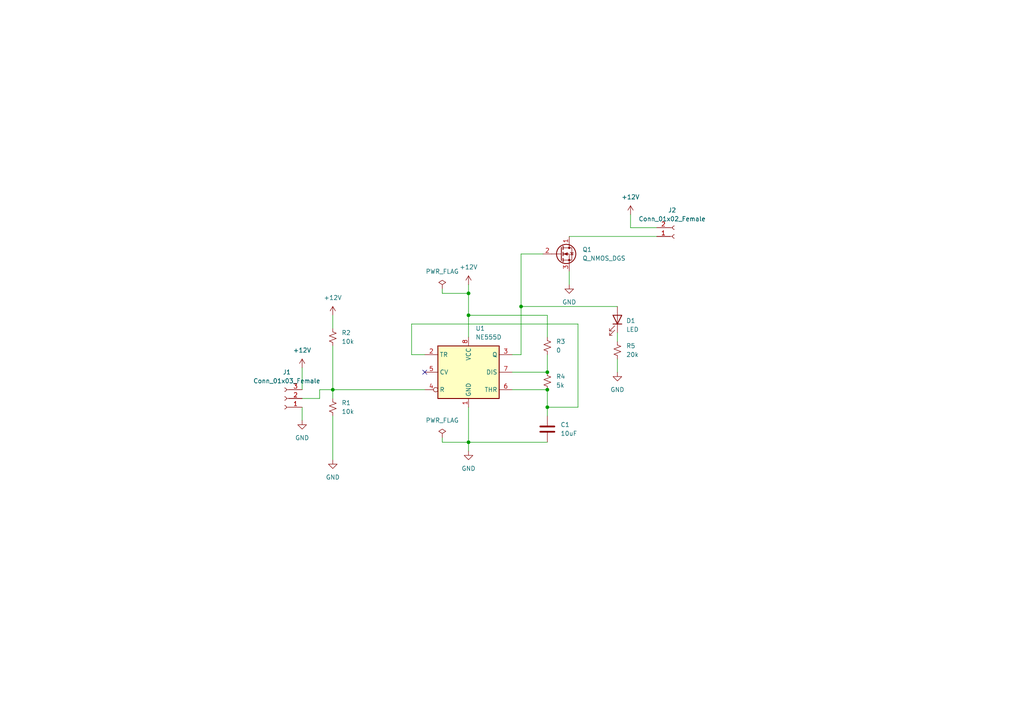
<source format=kicad_sch>
(kicad_sch (version 20211123) (generator eeschema)

  (uuid c91d5156-31a5-455b-95ba-402dcd3f91e8)

  (paper "A4")

  (lib_symbols
    (symbol "Connector:Conn_01x02_Female" (pin_names (offset 1.016) hide) (in_bom yes) (on_board yes)
      (property "Reference" "J" (id 0) (at 0 2.54 0)
        (effects (font (size 1.27 1.27)))
      )
      (property "Value" "Conn_01x02_Female" (id 1) (at 0 -5.08 0)
        (effects (font (size 1.27 1.27)))
      )
      (property "Footprint" "" (id 2) (at 0 0 0)
        (effects (font (size 1.27 1.27)) hide)
      )
      (property "Datasheet" "~" (id 3) (at 0 0 0)
        (effects (font (size 1.27 1.27)) hide)
      )
      (property "ki_keywords" "connector" (id 4) (at 0 0 0)
        (effects (font (size 1.27 1.27)) hide)
      )
      (property "ki_description" "Generic connector, single row, 01x02, script generated (kicad-library-utils/schlib/autogen/connector/)" (id 5) (at 0 0 0)
        (effects (font (size 1.27 1.27)) hide)
      )
      (property "ki_fp_filters" "Connector*:*_1x??_*" (id 6) (at 0 0 0)
        (effects (font (size 1.27 1.27)) hide)
      )
      (symbol "Conn_01x02_Female_1_1"
        (arc (start 0 -2.032) (mid -0.508 -2.54) (end 0 -3.048)
          (stroke (width 0.1524) (type default) (color 0 0 0 0))
          (fill (type none))
        )
        (polyline
          (pts
            (xy -1.27 -2.54)
            (xy -0.508 -2.54)
          )
          (stroke (width 0.1524) (type default) (color 0 0 0 0))
          (fill (type none))
        )
        (polyline
          (pts
            (xy -1.27 0)
            (xy -0.508 0)
          )
          (stroke (width 0.1524) (type default) (color 0 0 0 0))
          (fill (type none))
        )
        (arc (start 0 0.508) (mid -0.508 0) (end 0 -0.508)
          (stroke (width 0.1524) (type default) (color 0 0 0 0))
          (fill (type none))
        )
        (pin passive line (at -5.08 0 0) (length 3.81)
          (name "Pin_1" (effects (font (size 1.27 1.27))))
          (number "1" (effects (font (size 1.27 1.27))))
        )
        (pin passive line (at -5.08 -2.54 0) (length 3.81)
          (name "Pin_2" (effects (font (size 1.27 1.27))))
          (number "2" (effects (font (size 1.27 1.27))))
        )
      )
    )
    (symbol "Connector:Conn_01x03_Female" (pin_names (offset 1.016) hide) (in_bom yes) (on_board yes)
      (property "Reference" "J" (id 0) (at 0 5.08 0)
        (effects (font (size 1.27 1.27)))
      )
      (property "Value" "Conn_01x03_Female" (id 1) (at 0 -5.08 0)
        (effects (font (size 1.27 1.27)))
      )
      (property "Footprint" "" (id 2) (at 0 0 0)
        (effects (font (size 1.27 1.27)) hide)
      )
      (property "Datasheet" "~" (id 3) (at 0 0 0)
        (effects (font (size 1.27 1.27)) hide)
      )
      (property "ki_keywords" "connector" (id 4) (at 0 0 0)
        (effects (font (size 1.27 1.27)) hide)
      )
      (property "ki_description" "Generic connector, single row, 01x03, script generated (kicad-library-utils/schlib/autogen/connector/)" (id 5) (at 0 0 0)
        (effects (font (size 1.27 1.27)) hide)
      )
      (property "ki_fp_filters" "Connector*:*_1x??_*" (id 6) (at 0 0 0)
        (effects (font (size 1.27 1.27)) hide)
      )
      (symbol "Conn_01x03_Female_1_1"
        (arc (start 0 -2.032) (mid -0.508 -2.54) (end 0 -3.048)
          (stroke (width 0.1524) (type default) (color 0 0 0 0))
          (fill (type none))
        )
        (polyline
          (pts
            (xy -1.27 -2.54)
            (xy -0.508 -2.54)
          )
          (stroke (width 0.1524) (type default) (color 0 0 0 0))
          (fill (type none))
        )
        (polyline
          (pts
            (xy -1.27 0)
            (xy -0.508 0)
          )
          (stroke (width 0.1524) (type default) (color 0 0 0 0))
          (fill (type none))
        )
        (polyline
          (pts
            (xy -1.27 2.54)
            (xy -0.508 2.54)
          )
          (stroke (width 0.1524) (type default) (color 0 0 0 0))
          (fill (type none))
        )
        (arc (start 0 0.508) (mid -0.508 0) (end 0 -0.508)
          (stroke (width 0.1524) (type default) (color 0 0 0 0))
          (fill (type none))
        )
        (arc (start 0 3.048) (mid -0.508 2.54) (end 0 2.032)
          (stroke (width 0.1524) (type default) (color 0 0 0 0))
          (fill (type none))
        )
        (pin passive line (at -5.08 2.54 0) (length 3.81)
          (name "Pin_1" (effects (font (size 1.27 1.27))))
          (number "1" (effects (font (size 1.27 1.27))))
        )
        (pin passive line (at -5.08 0 0) (length 3.81)
          (name "Pin_2" (effects (font (size 1.27 1.27))))
          (number "2" (effects (font (size 1.27 1.27))))
        )
        (pin passive line (at -5.08 -2.54 0) (length 3.81)
          (name "Pin_3" (effects (font (size 1.27 1.27))))
          (number "3" (effects (font (size 1.27 1.27))))
        )
      )
    )
    (symbol "Device:C" (pin_numbers hide) (pin_names (offset 0.254)) (in_bom yes) (on_board yes)
      (property "Reference" "C" (id 0) (at 0.635 2.54 0)
        (effects (font (size 1.27 1.27)) (justify left))
      )
      (property "Value" "C" (id 1) (at 0.635 -2.54 0)
        (effects (font (size 1.27 1.27)) (justify left))
      )
      (property "Footprint" "" (id 2) (at 0.9652 -3.81 0)
        (effects (font (size 1.27 1.27)) hide)
      )
      (property "Datasheet" "~" (id 3) (at 0 0 0)
        (effects (font (size 1.27 1.27)) hide)
      )
      (property "ki_keywords" "cap capacitor" (id 4) (at 0 0 0)
        (effects (font (size 1.27 1.27)) hide)
      )
      (property "ki_description" "Unpolarized capacitor" (id 5) (at 0 0 0)
        (effects (font (size 1.27 1.27)) hide)
      )
      (property "ki_fp_filters" "C_*" (id 6) (at 0 0 0)
        (effects (font (size 1.27 1.27)) hide)
      )
      (symbol "C_0_1"
        (polyline
          (pts
            (xy -2.032 -0.762)
            (xy 2.032 -0.762)
          )
          (stroke (width 0.508) (type default) (color 0 0 0 0))
          (fill (type none))
        )
        (polyline
          (pts
            (xy -2.032 0.762)
            (xy 2.032 0.762)
          )
          (stroke (width 0.508) (type default) (color 0 0 0 0))
          (fill (type none))
        )
      )
      (symbol "C_1_1"
        (pin passive line (at 0 3.81 270) (length 2.794)
          (name "~" (effects (font (size 1.27 1.27))))
          (number "1" (effects (font (size 1.27 1.27))))
        )
        (pin passive line (at 0 -3.81 90) (length 2.794)
          (name "~" (effects (font (size 1.27 1.27))))
          (number "2" (effects (font (size 1.27 1.27))))
        )
      )
    )
    (symbol "Device:LED" (pin_numbers hide) (pin_names (offset 1.016) hide) (in_bom yes) (on_board yes)
      (property "Reference" "D" (id 0) (at 0 2.54 0)
        (effects (font (size 1.27 1.27)))
      )
      (property "Value" "LED" (id 1) (at 0 -2.54 0)
        (effects (font (size 1.27 1.27)))
      )
      (property "Footprint" "" (id 2) (at 0 0 0)
        (effects (font (size 1.27 1.27)) hide)
      )
      (property "Datasheet" "~" (id 3) (at 0 0 0)
        (effects (font (size 1.27 1.27)) hide)
      )
      (property "ki_keywords" "LED diode" (id 4) (at 0 0 0)
        (effects (font (size 1.27 1.27)) hide)
      )
      (property "ki_description" "Light emitting diode" (id 5) (at 0 0 0)
        (effects (font (size 1.27 1.27)) hide)
      )
      (property "ki_fp_filters" "LED* LED_SMD:* LED_THT:*" (id 6) (at 0 0 0)
        (effects (font (size 1.27 1.27)) hide)
      )
      (symbol "LED_0_1"
        (polyline
          (pts
            (xy -1.27 -1.27)
            (xy -1.27 1.27)
          )
          (stroke (width 0.254) (type default) (color 0 0 0 0))
          (fill (type none))
        )
        (polyline
          (pts
            (xy -1.27 0)
            (xy 1.27 0)
          )
          (stroke (width 0) (type default) (color 0 0 0 0))
          (fill (type none))
        )
        (polyline
          (pts
            (xy 1.27 -1.27)
            (xy 1.27 1.27)
            (xy -1.27 0)
            (xy 1.27 -1.27)
          )
          (stroke (width 0.254) (type default) (color 0 0 0 0))
          (fill (type none))
        )
        (polyline
          (pts
            (xy -3.048 -0.762)
            (xy -4.572 -2.286)
            (xy -3.81 -2.286)
            (xy -4.572 -2.286)
            (xy -4.572 -1.524)
          )
          (stroke (width 0) (type default) (color 0 0 0 0))
          (fill (type none))
        )
        (polyline
          (pts
            (xy -1.778 -0.762)
            (xy -3.302 -2.286)
            (xy -2.54 -2.286)
            (xy -3.302 -2.286)
            (xy -3.302 -1.524)
          )
          (stroke (width 0) (type default) (color 0 0 0 0))
          (fill (type none))
        )
      )
      (symbol "LED_1_1"
        (pin passive line (at -3.81 0 0) (length 2.54)
          (name "K" (effects (font (size 1.27 1.27))))
          (number "1" (effects (font (size 1.27 1.27))))
        )
        (pin passive line (at 3.81 0 180) (length 2.54)
          (name "A" (effects (font (size 1.27 1.27))))
          (number "2" (effects (font (size 1.27 1.27))))
        )
      )
    )
    (symbol "Device:Q_NMOS_DGS" (pin_names (offset 0) hide) (in_bom yes) (on_board yes)
      (property "Reference" "Q" (id 0) (at 5.08 1.27 0)
        (effects (font (size 1.27 1.27)) (justify left))
      )
      (property "Value" "Q_NMOS_DGS" (id 1) (at 5.08 -1.27 0)
        (effects (font (size 1.27 1.27)) (justify left))
      )
      (property "Footprint" "" (id 2) (at 5.08 2.54 0)
        (effects (font (size 1.27 1.27)) hide)
      )
      (property "Datasheet" "~" (id 3) (at 0 0 0)
        (effects (font (size 1.27 1.27)) hide)
      )
      (property "ki_keywords" "transistor NMOS N-MOS N-MOSFET" (id 4) (at 0 0 0)
        (effects (font (size 1.27 1.27)) hide)
      )
      (property "ki_description" "N-MOSFET transistor, drain/gate/source" (id 5) (at 0 0 0)
        (effects (font (size 1.27 1.27)) hide)
      )
      (symbol "Q_NMOS_DGS_0_1"
        (polyline
          (pts
            (xy 0.254 0)
            (xy -2.54 0)
          )
          (stroke (width 0) (type default) (color 0 0 0 0))
          (fill (type none))
        )
        (polyline
          (pts
            (xy 0.254 1.905)
            (xy 0.254 -1.905)
          )
          (stroke (width 0.254) (type default) (color 0 0 0 0))
          (fill (type none))
        )
        (polyline
          (pts
            (xy 0.762 -1.27)
            (xy 0.762 -2.286)
          )
          (stroke (width 0.254) (type default) (color 0 0 0 0))
          (fill (type none))
        )
        (polyline
          (pts
            (xy 0.762 0.508)
            (xy 0.762 -0.508)
          )
          (stroke (width 0.254) (type default) (color 0 0 0 0))
          (fill (type none))
        )
        (polyline
          (pts
            (xy 0.762 2.286)
            (xy 0.762 1.27)
          )
          (stroke (width 0.254) (type default) (color 0 0 0 0))
          (fill (type none))
        )
        (polyline
          (pts
            (xy 2.54 2.54)
            (xy 2.54 1.778)
          )
          (stroke (width 0) (type default) (color 0 0 0 0))
          (fill (type none))
        )
        (polyline
          (pts
            (xy 2.54 -2.54)
            (xy 2.54 0)
            (xy 0.762 0)
          )
          (stroke (width 0) (type default) (color 0 0 0 0))
          (fill (type none))
        )
        (polyline
          (pts
            (xy 0.762 -1.778)
            (xy 3.302 -1.778)
            (xy 3.302 1.778)
            (xy 0.762 1.778)
          )
          (stroke (width 0) (type default) (color 0 0 0 0))
          (fill (type none))
        )
        (polyline
          (pts
            (xy 1.016 0)
            (xy 2.032 0.381)
            (xy 2.032 -0.381)
            (xy 1.016 0)
          )
          (stroke (width 0) (type default) (color 0 0 0 0))
          (fill (type outline))
        )
        (polyline
          (pts
            (xy 2.794 0.508)
            (xy 2.921 0.381)
            (xy 3.683 0.381)
            (xy 3.81 0.254)
          )
          (stroke (width 0) (type default) (color 0 0 0 0))
          (fill (type none))
        )
        (polyline
          (pts
            (xy 3.302 0.381)
            (xy 2.921 -0.254)
            (xy 3.683 -0.254)
            (xy 3.302 0.381)
          )
          (stroke (width 0) (type default) (color 0 0 0 0))
          (fill (type none))
        )
        (circle (center 1.651 0) (radius 2.794)
          (stroke (width 0.254) (type default) (color 0 0 0 0))
          (fill (type none))
        )
        (circle (center 2.54 -1.778) (radius 0.254)
          (stroke (width 0) (type default) (color 0 0 0 0))
          (fill (type outline))
        )
        (circle (center 2.54 1.778) (radius 0.254)
          (stroke (width 0) (type default) (color 0 0 0 0))
          (fill (type outline))
        )
      )
      (symbol "Q_NMOS_DGS_1_1"
        (pin passive line (at 2.54 5.08 270) (length 2.54)
          (name "D" (effects (font (size 1.27 1.27))))
          (number "1" (effects (font (size 1.27 1.27))))
        )
        (pin input line (at -5.08 0 0) (length 2.54)
          (name "G" (effects (font (size 1.27 1.27))))
          (number "2" (effects (font (size 1.27 1.27))))
        )
        (pin passive line (at 2.54 -5.08 90) (length 2.54)
          (name "S" (effects (font (size 1.27 1.27))))
          (number "3" (effects (font (size 1.27 1.27))))
        )
      )
    )
    (symbol "Device:R_Small_US" (pin_numbers hide) (pin_names (offset 0.254) hide) (in_bom yes) (on_board yes)
      (property "Reference" "R" (id 0) (at 0.762 0.508 0)
        (effects (font (size 1.27 1.27)) (justify left))
      )
      (property "Value" "R_Small_US" (id 1) (at 0.762 -1.016 0)
        (effects (font (size 1.27 1.27)) (justify left))
      )
      (property "Footprint" "" (id 2) (at 0 0 0)
        (effects (font (size 1.27 1.27)) hide)
      )
      (property "Datasheet" "~" (id 3) (at 0 0 0)
        (effects (font (size 1.27 1.27)) hide)
      )
      (property "ki_keywords" "r resistor" (id 4) (at 0 0 0)
        (effects (font (size 1.27 1.27)) hide)
      )
      (property "ki_description" "Resistor, small US symbol" (id 5) (at 0 0 0)
        (effects (font (size 1.27 1.27)) hide)
      )
      (property "ki_fp_filters" "R_*" (id 6) (at 0 0 0)
        (effects (font (size 1.27 1.27)) hide)
      )
      (symbol "R_Small_US_1_1"
        (polyline
          (pts
            (xy 0 0)
            (xy 1.016 -0.381)
            (xy 0 -0.762)
            (xy -1.016 -1.143)
            (xy 0 -1.524)
          )
          (stroke (width 0) (type default) (color 0 0 0 0))
          (fill (type none))
        )
        (polyline
          (pts
            (xy 0 1.524)
            (xy 1.016 1.143)
            (xy 0 0.762)
            (xy -1.016 0.381)
            (xy 0 0)
          )
          (stroke (width 0) (type default) (color 0 0 0 0))
          (fill (type none))
        )
        (pin passive line (at 0 2.54 270) (length 1.016)
          (name "~" (effects (font (size 1.27 1.27))))
          (number "1" (effects (font (size 1.27 1.27))))
        )
        (pin passive line (at 0 -2.54 90) (length 1.016)
          (name "~" (effects (font (size 1.27 1.27))))
          (number "2" (effects (font (size 1.27 1.27))))
        )
      )
    )
    (symbol "Timer:NE555D" (in_bom yes) (on_board yes)
      (property "Reference" "U" (id 0) (at -10.16 8.89 0)
        (effects (font (size 1.27 1.27)) (justify left))
      )
      (property "Value" "NE555D" (id 1) (at 2.54 8.89 0)
        (effects (font (size 1.27 1.27)) (justify left))
      )
      (property "Footprint" "Package_SO:SOIC-8_3.9x4.9mm_P1.27mm" (id 2) (at 21.59 -10.16 0)
        (effects (font (size 1.27 1.27)) hide)
      )
      (property "Datasheet" "http://www.ti.com/lit/ds/symlink/ne555.pdf" (id 3) (at 21.59 -10.16 0)
        (effects (font (size 1.27 1.27)) hide)
      )
      (property "ki_keywords" "single timer 555" (id 4) (at 0 0 0)
        (effects (font (size 1.27 1.27)) hide)
      )
      (property "ki_description" "Precision Timers, 555 compatible, SOIC-8" (id 5) (at 0 0 0)
        (effects (font (size 1.27 1.27)) hide)
      )
      (property "ki_fp_filters" "SOIC*3.9x4.9mm*P1.27mm*" (id 6) (at 0 0 0)
        (effects (font (size 1.27 1.27)) hide)
      )
      (symbol "NE555D_0_0"
        (pin power_in line (at 0 -10.16 90) (length 2.54)
          (name "GND" (effects (font (size 1.27 1.27))))
          (number "1" (effects (font (size 1.27 1.27))))
        )
        (pin power_in line (at 0 10.16 270) (length 2.54)
          (name "VCC" (effects (font (size 1.27 1.27))))
          (number "8" (effects (font (size 1.27 1.27))))
        )
      )
      (symbol "NE555D_0_1"
        (rectangle (start -8.89 -7.62) (end 8.89 7.62)
          (stroke (width 0.254) (type default) (color 0 0 0 0))
          (fill (type background))
        )
        (rectangle (start -8.89 -7.62) (end 8.89 7.62)
          (stroke (width 0.254) (type default) (color 0 0 0 0))
          (fill (type background))
        )
      )
      (symbol "NE555D_1_1"
        (pin input line (at -12.7 5.08 0) (length 3.81)
          (name "TR" (effects (font (size 1.27 1.27))))
          (number "2" (effects (font (size 1.27 1.27))))
        )
        (pin output line (at 12.7 5.08 180) (length 3.81)
          (name "Q" (effects (font (size 1.27 1.27))))
          (number "3" (effects (font (size 1.27 1.27))))
        )
        (pin input inverted (at -12.7 -5.08 0) (length 3.81)
          (name "R" (effects (font (size 1.27 1.27))))
          (number "4" (effects (font (size 1.27 1.27))))
        )
        (pin input line (at -12.7 0 0) (length 3.81)
          (name "CV" (effects (font (size 1.27 1.27))))
          (number "5" (effects (font (size 1.27 1.27))))
        )
        (pin input line (at 12.7 -5.08 180) (length 3.81)
          (name "THR" (effects (font (size 1.27 1.27))))
          (number "6" (effects (font (size 1.27 1.27))))
        )
        (pin input line (at 12.7 0 180) (length 3.81)
          (name "DIS" (effects (font (size 1.27 1.27))))
          (number "7" (effects (font (size 1.27 1.27))))
        )
      )
    )
    (symbol "power:+12V" (power) (pin_names (offset 0)) (in_bom yes) (on_board yes)
      (property "Reference" "#PWR" (id 0) (at 0 -3.81 0)
        (effects (font (size 1.27 1.27)) hide)
      )
      (property "Value" "+12V" (id 1) (at 0 3.556 0)
        (effects (font (size 1.27 1.27)))
      )
      (property "Footprint" "" (id 2) (at 0 0 0)
        (effects (font (size 1.27 1.27)) hide)
      )
      (property "Datasheet" "" (id 3) (at 0 0 0)
        (effects (font (size 1.27 1.27)) hide)
      )
      (property "ki_keywords" "global power" (id 4) (at 0 0 0)
        (effects (font (size 1.27 1.27)) hide)
      )
      (property "ki_description" "Power symbol creates a global label with name \"+12V\"" (id 5) (at 0 0 0)
        (effects (font (size 1.27 1.27)) hide)
      )
      (symbol "+12V_0_1"
        (polyline
          (pts
            (xy -0.762 1.27)
            (xy 0 2.54)
          )
          (stroke (width 0) (type default) (color 0 0 0 0))
          (fill (type none))
        )
        (polyline
          (pts
            (xy 0 0)
            (xy 0 2.54)
          )
          (stroke (width 0) (type default) (color 0 0 0 0))
          (fill (type none))
        )
        (polyline
          (pts
            (xy 0 2.54)
            (xy 0.762 1.27)
          )
          (stroke (width 0) (type default) (color 0 0 0 0))
          (fill (type none))
        )
      )
      (symbol "+12V_1_1"
        (pin power_in line (at 0 0 90) (length 0) hide
          (name "+12V" (effects (font (size 1.27 1.27))))
          (number "1" (effects (font (size 1.27 1.27))))
        )
      )
    )
    (symbol "power:GND" (power) (pin_names (offset 0)) (in_bom yes) (on_board yes)
      (property "Reference" "#PWR" (id 0) (at 0 -6.35 0)
        (effects (font (size 1.27 1.27)) hide)
      )
      (property "Value" "GND" (id 1) (at 0 -3.81 0)
        (effects (font (size 1.27 1.27)))
      )
      (property "Footprint" "" (id 2) (at 0 0 0)
        (effects (font (size 1.27 1.27)) hide)
      )
      (property "Datasheet" "" (id 3) (at 0 0 0)
        (effects (font (size 1.27 1.27)) hide)
      )
      (property "ki_keywords" "global power" (id 4) (at 0 0 0)
        (effects (font (size 1.27 1.27)) hide)
      )
      (property "ki_description" "Power symbol creates a global label with name \"GND\" , ground" (id 5) (at 0 0 0)
        (effects (font (size 1.27 1.27)) hide)
      )
      (symbol "GND_0_1"
        (polyline
          (pts
            (xy 0 0)
            (xy 0 -1.27)
            (xy 1.27 -1.27)
            (xy 0 -2.54)
            (xy -1.27 -1.27)
            (xy 0 -1.27)
          )
          (stroke (width 0) (type default) (color 0 0 0 0))
          (fill (type none))
        )
      )
      (symbol "GND_1_1"
        (pin power_in line (at 0 0 270) (length 0) hide
          (name "GND" (effects (font (size 1.27 1.27))))
          (number "1" (effects (font (size 1.27 1.27))))
        )
      )
    )
    (symbol "power:PWR_FLAG" (power) (pin_numbers hide) (pin_names (offset 0) hide) (in_bom yes) (on_board yes)
      (property "Reference" "#FLG" (id 0) (at 0 1.905 0)
        (effects (font (size 1.27 1.27)) hide)
      )
      (property "Value" "PWR_FLAG" (id 1) (at 0 3.81 0)
        (effects (font (size 1.27 1.27)))
      )
      (property "Footprint" "" (id 2) (at 0 0 0)
        (effects (font (size 1.27 1.27)) hide)
      )
      (property "Datasheet" "~" (id 3) (at 0 0 0)
        (effects (font (size 1.27 1.27)) hide)
      )
      (property "ki_keywords" "flag power" (id 4) (at 0 0 0)
        (effects (font (size 1.27 1.27)) hide)
      )
      (property "ki_description" "Special symbol for telling ERC where power comes from" (id 5) (at 0 0 0)
        (effects (font (size 1.27 1.27)) hide)
      )
      (symbol "PWR_FLAG_0_0"
        (pin power_out line (at 0 0 90) (length 0)
          (name "pwr" (effects (font (size 1.27 1.27))))
          (number "1" (effects (font (size 1.27 1.27))))
        )
      )
      (symbol "PWR_FLAG_0_1"
        (polyline
          (pts
            (xy 0 0)
            (xy 0 1.27)
            (xy -1.016 1.905)
            (xy 0 2.54)
            (xy 1.016 1.905)
            (xy 0 1.27)
          )
          (stroke (width 0) (type default) (color 0 0 0 0))
          (fill (type none))
        )
      )
    )
  )

  (junction (at 158.75 113.03) (diameter 0) (color 0 0 0 0)
    (uuid 0a48c4bb-7ba7-4e56-85ce-1d081b33a8da)
  )
  (junction (at 96.52 113.03) (diameter 0) (color 0 0 0 0)
    (uuid 17268613-9c12-4920-992b-75cbfcbcef2e)
  )
  (junction (at 135.89 91.44) (diameter 0) (color 0 0 0 0)
    (uuid 2c167430-223e-422e-9494-6a4f4f09583f)
  )
  (junction (at 158.75 118.11) (diameter 0) (color 0 0 0 0)
    (uuid 3de4a2db-d973-473b-9b41-1ee402048310)
  )
  (junction (at 151.13 88.9) (diameter 0) (color 0 0 0 0)
    (uuid 72a274c8-b0d7-487c-9343-b75fdeba68a4)
  )
  (junction (at 135.89 85.09) (diameter 0) (color 0 0 0 0)
    (uuid 901579d1-55ec-498d-a3c2-3c1e1a9dbe90)
  )
  (junction (at 158.75 107.95) (diameter 0) (color 0 0 0 0)
    (uuid a9efb26c-72a0-4a3c-a16f-37a98098ce20)
  )
  (junction (at 135.89 128.27) (diameter 0) (color 0 0 0 0)
    (uuid f6383bfe-a629-4b85-bf2d-3ec68ce4b914)
  )

  (no_connect (at 123.19 107.95) (uuid 7cffd817-4ba7-4118-96e5-9c9d6fdd4dbc))

  (wire (pts (xy 128.27 85.09) (xy 135.89 85.09))
    (stroke (width 0) (type default) (color 0 0 0 0))
    (uuid 0ceeaf59-e961-449a-9023-b2d481f94d8c)
  )
  (wire (pts (xy 87.63 115.57) (xy 92.71 115.57))
    (stroke (width 0) (type default) (color 0 0 0 0))
    (uuid 0defd486-9a93-4312-9ce1-188082088614)
  )
  (wire (pts (xy 151.13 102.87) (xy 148.59 102.87))
    (stroke (width 0) (type default) (color 0 0 0 0))
    (uuid 122feb71-21a8-41a5-b2d0-2cc9e0df0a27)
  )
  (wire (pts (xy 190.5 66.04) (xy 182.88 66.04))
    (stroke (width 0) (type default) (color 0 0 0 0))
    (uuid 14f3c2e4-fd71-484c-a8f4-df998705a113)
  )
  (wire (pts (xy 92.71 115.57) (xy 92.71 113.03))
    (stroke (width 0) (type default) (color 0 0 0 0))
    (uuid 15fd67d5-a6cb-4cb3-b915-ee357267853e)
  )
  (wire (pts (xy 135.89 91.44) (xy 135.89 97.79))
    (stroke (width 0) (type default) (color 0 0 0 0))
    (uuid 17418844-b0e1-48f9-a182-bf85d943109f)
  )
  (wire (pts (xy 135.89 82.55) (xy 135.89 85.09))
    (stroke (width 0) (type default) (color 0 0 0 0))
    (uuid 1b9c8497-1343-42ba-b8a5-9fc84fa927d6)
  )
  (wire (pts (xy 148.59 107.95) (xy 158.75 107.95))
    (stroke (width 0) (type default) (color 0 0 0 0))
    (uuid 22ce3d84-63ee-49ae-b8ed-9c7837fd4e33)
  )
  (wire (pts (xy 128.27 83.82) (xy 128.27 85.09))
    (stroke (width 0) (type default) (color 0 0 0 0))
    (uuid 268e5ec5-ae3e-4e94-8394-2443bbbd43d4)
  )
  (wire (pts (xy 96.52 120.65) (xy 96.52 133.35))
    (stroke (width 0) (type default) (color 0 0 0 0))
    (uuid 2b18903d-0240-4531-89cb-2bfa037baf89)
  )
  (wire (pts (xy 92.71 113.03) (xy 96.52 113.03))
    (stroke (width 0) (type default) (color 0 0 0 0))
    (uuid 2d6ff205-f1d2-42a4-965b-b4132ce218a2)
  )
  (wire (pts (xy 179.07 96.52) (xy 179.07 99.06))
    (stroke (width 0) (type default) (color 0 0 0 0))
    (uuid 30448d85-6bb4-4ae7-b6ef-9324132cb43e)
  )
  (wire (pts (xy 182.88 66.04) (xy 182.88 62.23))
    (stroke (width 0) (type default) (color 0 0 0 0))
    (uuid 3963b350-6012-4f64-9f29-eeaea5c0c96e)
  )
  (wire (pts (xy 151.13 73.66) (xy 151.13 88.9))
    (stroke (width 0) (type default) (color 0 0 0 0))
    (uuid 3a7789b0-8d45-4c5c-8258-2b8d84c2703c)
  )
  (wire (pts (xy 167.64 118.11) (xy 158.75 118.11))
    (stroke (width 0) (type default) (color 0 0 0 0))
    (uuid 3c368638-74aa-4b79-9de4-c129f79a629d)
  )
  (wire (pts (xy 87.63 106.68) (xy 87.63 113.03))
    (stroke (width 0) (type default) (color 0 0 0 0))
    (uuid 3d85f701-a97f-4343-8501-ff18653edff4)
  )
  (wire (pts (xy 96.52 100.33) (xy 96.52 113.03))
    (stroke (width 0) (type default) (color 0 0 0 0))
    (uuid 4048abc9-f5aa-4ba4-be76-275a89eb83c9)
  )
  (wire (pts (xy 96.52 113.03) (xy 123.19 113.03))
    (stroke (width 0) (type default) (color 0 0 0 0))
    (uuid 43599c66-a600-42fb-93a9-f8edc6b2cc14)
  )
  (wire (pts (xy 157.48 73.66) (xy 151.13 73.66))
    (stroke (width 0) (type default) (color 0 0 0 0))
    (uuid 4c02a8db-a727-4af3-ad0b-b61840e18f81)
  )
  (wire (pts (xy 128.27 128.27) (xy 135.89 128.27))
    (stroke (width 0) (type default) (color 0 0 0 0))
    (uuid 4dcc8300-e9de-4cba-9bf4-1a8aaae5c8c3)
  )
  (wire (pts (xy 128.27 127) (xy 128.27 128.27))
    (stroke (width 0) (type default) (color 0 0 0 0))
    (uuid 4dfac761-b62a-4e40-a481-bff13e53f3ba)
  )
  (wire (pts (xy 119.38 102.87) (xy 123.19 102.87))
    (stroke (width 0) (type default) (color 0 0 0 0))
    (uuid 4f8a0d92-6619-4d84-912a-60f724e5a883)
  )
  (wire (pts (xy 87.63 118.11) (xy 87.63 121.92))
    (stroke (width 0) (type default) (color 0 0 0 0))
    (uuid 521b40a0-b94b-467a-b658-faa2bc0df7c8)
  )
  (wire (pts (xy 165.1 68.58) (xy 190.5 68.58))
    (stroke (width 0) (type default) (color 0 0 0 0))
    (uuid 539bbe04-498b-4dc2-8607-5ed04f909d39)
  )
  (wire (pts (xy 119.38 93.98) (xy 167.64 93.98))
    (stroke (width 0) (type default) (color 0 0 0 0))
    (uuid 67334aac-ad71-4b93-8f39-9810c3ab4f5d)
  )
  (wire (pts (xy 151.13 88.9) (xy 179.07 88.9))
    (stroke (width 0) (type default) (color 0 0 0 0))
    (uuid 69139e38-cb9c-4360-a3ce-d5f52515d566)
  )
  (wire (pts (xy 167.64 93.98) (xy 167.64 118.11))
    (stroke (width 0) (type default) (color 0 0 0 0))
    (uuid 6dfe8876-4183-49bd-a1db-944ab82d5fa6)
  )
  (wire (pts (xy 135.89 128.27) (xy 158.75 128.27))
    (stroke (width 0) (type default) (color 0 0 0 0))
    (uuid 7238deab-75f9-42f0-a538-764b7c40f90d)
  )
  (wire (pts (xy 179.07 104.14) (xy 179.07 107.95))
    (stroke (width 0) (type default) (color 0 0 0 0))
    (uuid 726118a5-aac5-49a7-8727-01e17f59698f)
  )
  (wire (pts (xy 135.89 128.27) (xy 135.89 130.81))
    (stroke (width 0) (type default) (color 0 0 0 0))
    (uuid 7d7f1835-c47c-45eb-bce9-bbdabc305913)
  )
  (wire (pts (xy 119.38 102.87) (xy 119.38 93.98))
    (stroke (width 0) (type default) (color 0 0 0 0))
    (uuid 7e41aaab-1ba0-4244-8273-242684eec39a)
  )
  (wire (pts (xy 158.75 97.79) (xy 158.75 91.44))
    (stroke (width 0) (type default) (color 0 0 0 0))
    (uuid 82496079-25aa-457a-8a4e-0611092906c8)
  )
  (wire (pts (xy 135.89 85.09) (xy 135.89 91.44))
    (stroke (width 0) (type default) (color 0 0 0 0))
    (uuid 863de5bc-610c-4ef0-9cfe-d8d8167a62f0)
  )
  (wire (pts (xy 158.75 113.03) (xy 158.75 118.11))
    (stroke (width 0) (type default) (color 0 0 0 0))
    (uuid a37cdc75-c7ab-41ec-8a17-ccfd796d1feb)
  )
  (wire (pts (xy 158.75 102.87) (xy 158.75 107.95))
    (stroke (width 0) (type default) (color 0 0 0 0))
    (uuid aea5b510-17c3-4bfb-a6b2-6b4f57b21f78)
  )
  (wire (pts (xy 135.89 91.44) (xy 158.75 91.44))
    (stroke (width 0) (type default) (color 0 0 0 0))
    (uuid b345f363-64ef-4d9a-9e54-20905662b4f9)
  )
  (wire (pts (xy 96.52 91.44) (xy 96.52 95.25))
    (stroke (width 0) (type default) (color 0 0 0 0))
    (uuid b390d32a-acef-4ab1-b746-f6a487bc773b)
  )
  (wire (pts (xy 158.75 118.11) (xy 158.75 120.65))
    (stroke (width 0) (type default) (color 0 0 0 0))
    (uuid bbef5dd0-e5b9-4877-b223-25ba0a0e2d71)
  )
  (wire (pts (xy 151.13 88.9) (xy 151.13 102.87))
    (stroke (width 0) (type default) (color 0 0 0 0))
    (uuid bd7df8bb-c2ce-4c26-9e52-f0f85c653d9d)
  )
  (wire (pts (xy 96.52 115.57) (xy 96.52 113.03))
    (stroke (width 0) (type default) (color 0 0 0 0))
    (uuid c40b5e33-0144-4fdc-9dd8-f8e86c200c72)
  )
  (wire (pts (xy 135.89 118.11) (xy 135.89 128.27))
    (stroke (width 0) (type default) (color 0 0 0 0))
    (uuid c8c72847-22e8-44cf-9c4b-1be66c2670c8)
  )
  (wire (pts (xy 165.1 78.74) (xy 165.1 82.55))
    (stroke (width 0) (type default) (color 0 0 0 0))
    (uuid d11abfae-181a-452f-905e-23a65464cc22)
  )
  (wire (pts (xy 148.59 113.03) (xy 158.75 113.03))
    (stroke (width 0) (type default) (color 0 0 0 0))
    (uuid d88866b2-897b-40e5-a130-4d3837e6ea12)
  )

  (symbol (lib_id "power:+12V") (at 182.88 62.23 0) (unit 1)
    (in_bom yes) (on_board yes) (fields_autoplaced)
    (uuid 0246a409-7dbf-403c-ac69-450f7b88c435)
    (property "Reference" "#PWR09" (id 0) (at 182.88 66.04 0)
      (effects (font (size 1.27 1.27)) hide)
    )
    (property "Value" "+12V" (id 1) (at 182.88 57.15 0))
    (property "Footprint" "" (id 2) (at 182.88 62.23 0)
      (effects (font (size 1.27 1.27)) hide)
    )
    (property "Datasheet" "" (id 3) (at 182.88 62.23 0)
      (effects (font (size 1.27 1.27)) hide)
    )
    (pin "1" (uuid 19771a56-6bed-4c5b-8ff8-efa5aa7627e8))
  )

  (symbol (lib_id "power:+12V") (at 87.63 106.68 0) (unit 1)
    (in_bom yes) (on_board yes) (fields_autoplaced)
    (uuid 16253d0c-7492-4fea-9466-2fe39dd5738d)
    (property "Reference" "#PWR01" (id 0) (at 87.63 110.49 0)
      (effects (font (size 1.27 1.27)) hide)
    )
    (property "Value" "+12V" (id 1) (at 87.63 101.6 0))
    (property "Footprint" "" (id 2) (at 87.63 106.68 0)
      (effects (font (size 1.27 1.27)) hide)
    )
    (property "Datasheet" "" (id 3) (at 87.63 106.68 0)
      (effects (font (size 1.27 1.27)) hide)
    )
    (pin "1" (uuid 7f22772b-6417-49f8-8c9c-a0f8eafe87b5))
  )

  (symbol (lib_id "Device:C") (at 158.75 124.46 0) (unit 1)
    (in_bom yes) (on_board yes) (fields_autoplaced)
    (uuid 1751034d-5b7a-457d-b8d0-b5231faa1305)
    (property "Reference" "C1" (id 0) (at 162.56 123.1899 0)
      (effects (font (size 1.27 1.27)) (justify left))
    )
    (property "Value" "10uF" (id 1) (at 162.56 125.7299 0)
      (effects (font (size 1.27 1.27)) (justify left))
    )
    (property "Footprint" "Capacitor_SMD:C_0805_2012Metric_Pad1.18x1.45mm_HandSolder" (id 2) (at 159.7152 128.27 0)
      (effects (font (size 1.27 1.27)) hide)
    )
    (property "Datasheet" "~" (id 3) (at 158.75 124.46 0)
      (effects (font (size 1.27 1.27)) hide)
    )
    (pin "1" (uuid 7dd179d6-b5d6-46ec-a676-4b71a132f38f))
    (pin "2" (uuid 376bfdf9-d832-49ab-bd34-60c12829ad22))
  )

  (symbol (lib_id "Device:R_Small_US") (at 158.75 110.49 0) (unit 1)
    (in_bom yes) (on_board yes) (fields_autoplaced)
    (uuid 2bdba834-0ed8-4699-8238-8222e5e8b940)
    (property "Reference" "R4" (id 0) (at 161.29 109.2199 0)
      (effects (font (size 1.27 1.27)) (justify left))
    )
    (property "Value" "5k" (id 1) (at 161.29 111.7599 0)
      (effects (font (size 1.27 1.27)) (justify left))
    )
    (property "Footprint" "Resistor_SMD:R_0805_2012Metric_Pad1.20x1.40mm_HandSolder" (id 2) (at 158.75 110.49 0)
      (effects (font (size 1.27 1.27)) hide)
    )
    (property "Datasheet" "~" (id 3) (at 158.75 110.49 0)
      (effects (font (size 1.27 1.27)) hide)
    )
    (pin "1" (uuid bbc7a867-f33c-4530-b309-d582ed6bb120))
    (pin "2" (uuid 12326cd2-f5f9-4eca-8887-a9b2575578e4))
  )

  (symbol (lib_id "Device:R_Small_US") (at 158.75 100.33 0) (unit 1)
    (in_bom yes) (on_board yes) (fields_autoplaced)
    (uuid 48511ee3-0e04-49a5-b2cc-804319b45a20)
    (property "Reference" "R3" (id 0) (at 161.29 99.0599 0)
      (effects (font (size 1.27 1.27)) (justify left))
    )
    (property "Value" "0" (id 1) (at 161.29 101.5999 0)
      (effects (font (size 1.27 1.27)) (justify left))
    )
    (property "Footprint" "Resistor_SMD:R_0805_2012Metric_Pad1.20x1.40mm_HandSolder" (id 2) (at 158.75 100.33 0)
      (effects (font (size 1.27 1.27)) hide)
    )
    (property "Datasheet" "~" (id 3) (at 158.75 100.33 0)
      (effects (font (size 1.27 1.27)) hide)
    )
    (pin "1" (uuid 3703375a-30a6-48d1-8ef9-b606f6bd8742))
    (pin "2" (uuid ed8546a2-5eb8-45f9-8a5b-4b82e47221ec))
  )

  (symbol (lib_id "Device:Q_NMOS_DGS") (at 162.56 73.66 0) (unit 1)
    (in_bom yes) (on_board yes) (fields_autoplaced)
    (uuid 56fe270e-8f4b-4613-9ddf-c9915a08fc5b)
    (property "Reference" "Q1" (id 0) (at 168.91 72.3899 0)
      (effects (font (size 1.27 1.27)) (justify left))
    )
    (property "Value" "Q_NMOS_DGS" (id 1) (at 168.91 74.9299 0)
      (effects (font (size 1.27 1.27)) (justify left))
    )
    (property "Footprint" "Package_TO_SOT_SMD:TO-252-2_TabPin1" (id 2) (at 167.64 71.12 0)
      (effects (font (size 1.27 1.27)) hide)
    )
    (property "Datasheet" "~" (id 3) (at 162.56 73.66 0)
      (effects (font (size 1.27 1.27)) hide)
    )
    (pin "1" (uuid cce8c022-1f49-450a-aa48-aedd8e68c1ea))
    (pin "2" (uuid 59482e77-4d3f-4b1a-845f-28810783a156))
    (pin "3" (uuid a6224cff-05b9-43b4-97d3-91c041105fc3))
  )

  (symbol (lib_id "Device:R_Small_US") (at 96.52 118.11 0) (unit 1)
    (in_bom yes) (on_board yes) (fields_autoplaced)
    (uuid 60979f2d-e2a5-4c30-aed7-019bd996056b)
    (property "Reference" "R1" (id 0) (at 99.06 116.8399 0)
      (effects (font (size 1.27 1.27)) (justify left))
    )
    (property "Value" "10k" (id 1) (at 99.06 119.3799 0)
      (effects (font (size 1.27 1.27)) (justify left))
    )
    (property "Footprint" "Resistor_SMD:R_0805_2012Metric_Pad1.20x1.40mm_HandSolder" (id 2) (at 96.52 118.11 0)
      (effects (font (size 1.27 1.27)) hide)
    )
    (property "Datasheet" "~" (id 3) (at 96.52 118.11 0)
      (effects (font (size 1.27 1.27)) hide)
    )
    (pin "1" (uuid 38fcb799-8a72-4e39-90f0-b0a18d732712))
    (pin "2" (uuid 0ce19022-09b1-4a2b-985d-a2bb95d81e8a))
  )

  (symbol (lib_id "power:PWR_FLAG") (at 128.27 83.82 0) (unit 1)
    (in_bom yes) (on_board yes) (fields_autoplaced)
    (uuid 689a8a74-f3f1-4eb6-aefc-2d881befc351)
    (property "Reference" "#FLG0102" (id 0) (at 128.27 81.915 0)
      (effects (font (size 1.27 1.27)) hide)
    )
    (property "Value" "PWR_FLAG" (id 1) (at 128.27 78.74 0))
    (property "Footprint" "" (id 2) (at 128.27 83.82 0)
      (effects (font (size 1.27 1.27)) hide)
    )
    (property "Datasheet" "~" (id 3) (at 128.27 83.82 0)
      (effects (font (size 1.27 1.27)) hide)
    )
    (pin "1" (uuid a98a2040-80cd-4cf3-9f10-57153d1bd481))
  )

  (symbol (lib_id "power:GND") (at 96.52 133.35 0) (unit 1)
    (in_bom yes) (on_board yes) (fields_autoplaced)
    (uuid 7cc5768c-7e7e-4827-a133-4f337a9c64d2)
    (property "Reference" "#PWR04" (id 0) (at 96.52 139.7 0)
      (effects (font (size 1.27 1.27)) hide)
    )
    (property "Value" "GND" (id 1) (at 96.52 138.43 0))
    (property "Footprint" "" (id 2) (at 96.52 133.35 0)
      (effects (font (size 1.27 1.27)) hide)
    )
    (property "Datasheet" "" (id 3) (at 96.52 133.35 0)
      (effects (font (size 1.27 1.27)) hide)
    )
    (pin "1" (uuid 889ac0ea-0e7e-4847-affc-9bb32c4b3194))
  )

  (symbol (lib_id "Device:R_Small_US") (at 179.07 101.6 180) (unit 1)
    (in_bom yes) (on_board yes) (fields_autoplaced)
    (uuid 80d4696e-d7fa-4fd4-bde5-bd5cf2a96ac7)
    (property "Reference" "R5" (id 0) (at 181.61 100.3299 0)
      (effects (font (size 1.27 1.27)) (justify right))
    )
    (property "Value" "20k" (id 1) (at 181.61 102.8699 0)
      (effects (font (size 1.27 1.27)) (justify right))
    )
    (property "Footprint" "Resistor_SMD:R_0805_2012Metric_Pad1.20x1.40mm_HandSolder" (id 2) (at 179.07 101.6 0)
      (effects (font (size 1.27 1.27)) hide)
    )
    (property "Datasheet" "~" (id 3) (at 179.07 101.6 0)
      (effects (font (size 1.27 1.27)) hide)
    )
    (pin "1" (uuid f9edf27f-f6c5-4de4-9c5c-2b2c3a90ad4c))
    (pin "2" (uuid 626a2da2-0090-485a-aff6-481f35241813))
  )

  (symbol (lib_id "power:GND") (at 135.89 130.81 0) (unit 1)
    (in_bom yes) (on_board yes) (fields_autoplaced)
    (uuid 811a9ccb-5009-4ee4-84a2-7a16ef1c7358)
    (property "Reference" "#PWR06" (id 0) (at 135.89 137.16 0)
      (effects (font (size 1.27 1.27)) hide)
    )
    (property "Value" "GND" (id 1) (at 135.89 135.89 0))
    (property "Footprint" "" (id 2) (at 135.89 130.81 0)
      (effects (font (size 1.27 1.27)) hide)
    )
    (property "Datasheet" "" (id 3) (at 135.89 130.81 0)
      (effects (font (size 1.27 1.27)) hide)
    )
    (pin "1" (uuid ba933d70-7f96-4cf1-9f7e-75d92647e6a9))
  )

  (symbol (lib_id "Connector:Conn_01x02_Female") (at 195.58 68.58 0) (mirror x) (unit 1)
    (in_bom yes) (on_board yes) (fields_autoplaced)
    (uuid 86ed7d6e-833d-4ca1-b514-5a93983de200)
    (property "Reference" "J2" (id 0) (at 194.945 60.96 0))
    (property "Value" "Conn_01x02_Female" (id 1) (at 194.945 63.5 0))
    (property "Footprint" "Connector_Molex:Molex_Micro-Fit_3.0_43650-0221_1x02_P3.00mm_Vertical" (id 2) (at 195.58 68.58 0)
      (effects (font (size 1.27 1.27)) hide)
    )
    (property "Datasheet" "~" (id 3) (at 195.58 68.58 0)
      (effects (font (size 1.27 1.27)) hide)
    )
    (pin "1" (uuid 87839b9a-5292-429b-be80-7d3c615842f9))
    (pin "2" (uuid 264438aa-3f05-4937-ac09-5a93447f68a9))
  )

  (symbol (lib_id "Connector:Conn_01x03_Female") (at 82.55 115.57 180) (unit 1)
    (in_bom yes) (on_board yes) (fields_autoplaced)
    (uuid 99c1fc3c-2c85-4cb9-8227-a3de2ad52b3a)
    (property "Reference" "J1" (id 0) (at 83.185 107.95 0))
    (property "Value" "Conn_01x03_Female" (id 1) (at 83.185 110.49 0))
    (property "Footprint" "Connector_Molex:Molex_Micro-Fit_3.0_43650-0321_1x03_P3.00mm_Vertical" (id 2) (at 82.55 115.57 0)
      (effects (font (size 1.27 1.27)) hide)
    )
    (property "Datasheet" "~" (id 3) (at 82.55 115.57 0)
      (effects (font (size 1.27 1.27)) hide)
    )
    (pin "1" (uuid 6b0e5fb0-c243-4966-98bd-980ff94e34f6))
    (pin "2" (uuid 11b7c726-7518-49db-85a8-c2900f934994))
    (pin "3" (uuid 2131dab0-6589-4f4a-8613-d4e1632cf75f))
  )

  (symbol (lib_id "power:+12V") (at 96.52 91.44 0) (unit 1)
    (in_bom yes) (on_board yes) (fields_autoplaced)
    (uuid a3ef8e9b-8135-4daf-99c4-2a1a6d422a2f)
    (property "Reference" "#PWR03" (id 0) (at 96.52 95.25 0)
      (effects (font (size 1.27 1.27)) hide)
    )
    (property "Value" "+12V" (id 1) (at 96.52 86.36 0))
    (property "Footprint" "" (id 2) (at 96.52 91.44 0)
      (effects (font (size 1.27 1.27)) hide)
    )
    (property "Datasheet" "" (id 3) (at 96.52 91.44 0)
      (effects (font (size 1.27 1.27)) hide)
    )
    (pin "1" (uuid e679c6a7-ee98-4823-9e00-b5de80a5f736))
  )

  (symbol (lib_id "Device:R_Small_US") (at 96.52 97.79 0) (unit 1)
    (in_bom yes) (on_board yes) (fields_autoplaced)
    (uuid a4bc7928-2741-4811-a47f-dcec5145b4bb)
    (property "Reference" "R2" (id 0) (at 99.06 96.5199 0)
      (effects (font (size 1.27 1.27)) (justify left))
    )
    (property "Value" "10k" (id 1) (at 99.06 99.0599 0)
      (effects (font (size 1.27 1.27)) (justify left))
    )
    (property "Footprint" "Resistor_SMD:R_0805_2012Metric_Pad1.20x1.40mm_HandSolder" (id 2) (at 96.52 97.79 0)
      (effects (font (size 1.27 1.27)) hide)
    )
    (property "Datasheet" "~" (id 3) (at 96.52 97.79 0)
      (effects (font (size 1.27 1.27)) hide)
    )
    (pin "1" (uuid 3c924203-ab28-4b5d-8a7b-0b96108f3397))
    (pin "2" (uuid 336a1d7c-30f3-4252-9e96-40721dfa60c7))
  )

  (symbol (lib_id "Timer:NE555D") (at 135.89 107.95 0) (unit 1)
    (in_bom yes) (on_board yes) (fields_autoplaced)
    (uuid b1dd7bea-73fd-409a-821c-4fad0d624657)
    (property "Reference" "U1" (id 0) (at 137.9094 95.25 0)
      (effects (font (size 1.27 1.27)) (justify left))
    )
    (property "Value" "NE555D" (id 1) (at 137.9094 97.79 0)
      (effects (font (size 1.27 1.27)) (justify left))
    )
    (property "Footprint" "Package_SO:SOIC-8_3.9x4.9mm_P1.27mm" (id 2) (at 157.48 118.11 0)
      (effects (font (size 1.27 1.27)) hide)
    )
    (property "Datasheet" "http://www.ti.com/lit/ds/symlink/ne555.pdf" (id 3) (at 157.48 118.11 0)
      (effects (font (size 1.27 1.27)) hide)
    )
    (pin "1" (uuid 946a01e9-d0f4-4f4e-ba11-3f51bdc2dcea))
    (pin "8" (uuid 08cfb2f9-2f8f-4179-9c0b-03c51d264646))
    (pin "2" (uuid 8cdaf276-b64e-4059-8c08-2cacedbb0596))
    (pin "3" (uuid 91c2d0dd-93fd-4bb1-adcd-a3e82b9806bc))
    (pin "4" (uuid 6559459e-6bbf-498e-8f76-12dda707e790))
    (pin "5" (uuid 605a6aa8-2116-43c0-8d2f-b43495923a38))
    (pin "6" (uuid fb18fceb-4b05-4cfb-82d7-10fc6959e3e1))
    (pin "7" (uuid f19c0a31-a10e-42ed-ad87-619fa2859f6f))
  )

  (symbol (lib_id "power:GND") (at 165.1 82.55 0) (unit 1)
    (in_bom yes) (on_board yes) (fields_autoplaced)
    (uuid c4cb5009-9e98-4c24-ae8e-39bf45b6be2b)
    (property "Reference" "#PWR07" (id 0) (at 165.1 88.9 0)
      (effects (font (size 1.27 1.27)) hide)
    )
    (property "Value" "GND" (id 1) (at 165.1 87.63 0))
    (property "Footprint" "" (id 2) (at 165.1 82.55 0)
      (effects (font (size 1.27 1.27)) hide)
    )
    (property "Datasheet" "" (id 3) (at 165.1 82.55 0)
      (effects (font (size 1.27 1.27)) hide)
    )
    (pin "1" (uuid a44a09ef-cdf6-474e-a162-e9f91bfaa202))
  )

  (symbol (lib_id "power:GND") (at 87.63 121.92 0) (unit 1)
    (in_bom yes) (on_board yes) (fields_autoplaced)
    (uuid ca3c0dbc-6ef7-4d76-89dc-58eaa02f4908)
    (property "Reference" "#PWR02" (id 0) (at 87.63 128.27 0)
      (effects (font (size 1.27 1.27)) hide)
    )
    (property "Value" "GND" (id 1) (at 87.63 127 0))
    (property "Footprint" "" (id 2) (at 87.63 121.92 0)
      (effects (font (size 1.27 1.27)) hide)
    )
    (property "Datasheet" "" (id 3) (at 87.63 121.92 0)
      (effects (font (size 1.27 1.27)) hide)
    )
    (pin "1" (uuid 39fba875-dd08-4c0f-af04-73fd84b7a392))
  )

  (symbol (lib_id "Device:LED") (at 179.07 92.71 270) (mirror x) (unit 1)
    (in_bom yes) (on_board yes) (fields_autoplaced)
    (uuid da0f875d-87f1-4971-a25e-e3eeda8d4d52)
    (property "Reference" "D1" (id 0) (at 181.61 93.0274 90)
      (effects (font (size 1.27 1.27)) (justify left))
    )
    (property "Value" "LED" (id 1) (at 181.61 95.5674 90)
      (effects (font (size 1.27 1.27)) (justify left))
    )
    (property "Footprint" "LED_SMD:LED_0805_2012Metric_Pad1.15x1.40mm_HandSolder" (id 2) (at 179.07 92.71 0)
      (effects (font (size 1.27 1.27)) hide)
    )
    (property "Datasheet" "~" (id 3) (at 179.07 92.71 0)
      (effects (font (size 1.27 1.27)) hide)
    )
    (pin "1" (uuid 64a17506-4c33-47a4-8b3d-358e6e615375))
    (pin "2" (uuid 5ff49af3-8fb7-490d-a2c6-103272981020))
  )

  (symbol (lib_id "power:+12V") (at 135.89 82.55 0) (unit 1)
    (in_bom yes) (on_board yes) (fields_autoplaced)
    (uuid eb2a5cf0-30a8-457a-b6df-8e9323e6a097)
    (property "Reference" "#PWR05" (id 0) (at 135.89 86.36 0)
      (effects (font (size 1.27 1.27)) hide)
    )
    (property "Value" "+12V" (id 1) (at 135.89 77.47 0))
    (property "Footprint" "" (id 2) (at 135.89 82.55 0)
      (effects (font (size 1.27 1.27)) hide)
    )
    (property "Datasheet" "" (id 3) (at 135.89 82.55 0)
      (effects (font (size 1.27 1.27)) hide)
    )
    (pin "1" (uuid 48d2002f-577f-4d7d-bb48-f62c112ed83a))
  )

  (symbol (lib_id "power:PWR_FLAG") (at 128.27 127 0) (unit 1)
    (in_bom yes) (on_board yes) (fields_autoplaced)
    (uuid efc0047b-c052-4d72-b4dd-f32337503448)
    (property "Reference" "#FLG0101" (id 0) (at 128.27 125.095 0)
      (effects (font (size 1.27 1.27)) hide)
    )
    (property "Value" "PWR_FLAG" (id 1) (at 128.27 121.92 0))
    (property "Footprint" "" (id 2) (at 128.27 127 0)
      (effects (font (size 1.27 1.27)) hide)
    )
    (property "Datasheet" "~" (id 3) (at 128.27 127 0)
      (effects (font (size 1.27 1.27)) hide)
    )
    (pin "1" (uuid 0e11ecdc-f9c0-4d6c-9972-c34efdaed1eb))
  )

  (symbol (lib_id "power:GND") (at 179.07 107.95 0) (unit 1)
    (in_bom yes) (on_board yes) (fields_autoplaced)
    (uuid fea55acd-e90a-48b4-9cbf-c0bf90489d37)
    (property "Reference" "#PWR08" (id 0) (at 179.07 114.3 0)
      (effects (font (size 1.27 1.27)) hide)
    )
    (property "Value" "GND" (id 1) (at 179.07 113.03 0))
    (property "Footprint" "" (id 2) (at 179.07 107.95 0)
      (effects (font (size 1.27 1.27)) hide)
    )
    (property "Datasheet" "" (id 3) (at 179.07 107.95 0)
      (effects (font (size 1.27 1.27)) hide)
    )
    (pin "1" (uuid eb87ccce-d9a7-485f-be38-9f30abeb193d))
  )

  (sheet_instances
    (path "/" (page "1"))
  )

  (symbol_instances
    (path "/efc0047b-c052-4d72-b4dd-f32337503448"
      (reference "#FLG0101") (unit 1) (value "PWR_FLAG") (footprint "")
    )
    (path "/689a8a74-f3f1-4eb6-aefc-2d881befc351"
      (reference "#FLG0102") (unit 1) (value "PWR_FLAG") (footprint "")
    )
    (path "/16253d0c-7492-4fea-9466-2fe39dd5738d"
      (reference "#PWR01") (unit 1) (value "+12V") (footprint "")
    )
    (path "/ca3c0dbc-6ef7-4d76-89dc-58eaa02f4908"
      (reference "#PWR02") (unit 1) (value "GND") (footprint "")
    )
    (path "/a3ef8e9b-8135-4daf-99c4-2a1a6d422a2f"
      (reference "#PWR03") (unit 1) (value "+12V") (footprint "")
    )
    (path "/7cc5768c-7e7e-4827-a133-4f337a9c64d2"
      (reference "#PWR04") (unit 1) (value "GND") (footprint "")
    )
    (path "/eb2a5cf0-30a8-457a-b6df-8e9323e6a097"
      (reference "#PWR05") (unit 1) (value "+12V") (footprint "")
    )
    (path "/811a9ccb-5009-4ee4-84a2-7a16ef1c7358"
      (reference "#PWR06") (unit 1) (value "GND") (footprint "")
    )
    (path "/c4cb5009-9e98-4c24-ae8e-39bf45b6be2b"
      (reference "#PWR07") (unit 1) (value "GND") (footprint "")
    )
    (path "/fea55acd-e90a-48b4-9cbf-c0bf90489d37"
      (reference "#PWR08") (unit 1) (value "GND") (footprint "")
    )
    (path "/0246a409-7dbf-403c-ac69-450f7b88c435"
      (reference "#PWR09") (unit 1) (value "+12V") (footprint "")
    )
    (path "/1751034d-5b7a-457d-b8d0-b5231faa1305"
      (reference "C1") (unit 1) (value "10uF") (footprint "Capacitor_SMD:C_0805_2012Metric_Pad1.18x1.45mm_HandSolder")
    )
    (path "/da0f875d-87f1-4971-a25e-e3eeda8d4d52"
      (reference "D1") (unit 1) (value "LED") (footprint "LED_SMD:LED_0805_2012Metric_Pad1.15x1.40mm_HandSolder")
    )
    (path "/99c1fc3c-2c85-4cb9-8227-a3de2ad52b3a"
      (reference "J1") (unit 1) (value "Conn_01x03_Female") (footprint "Connector_Molex:Molex_Micro-Fit_3.0_43650-0321_1x03_P3.00mm_Vertical")
    )
    (path "/86ed7d6e-833d-4ca1-b514-5a93983de200"
      (reference "J2") (unit 1) (value "Conn_01x02_Female") (footprint "Connector_Molex:Molex_Micro-Fit_3.0_43650-0221_1x02_P3.00mm_Vertical")
    )
    (path "/56fe270e-8f4b-4613-9ddf-c9915a08fc5b"
      (reference "Q1") (unit 1) (value "Q_NMOS_DGS") (footprint "Package_TO_SOT_SMD:TO-252-2_TabPin1")
    )
    (path "/60979f2d-e2a5-4c30-aed7-019bd996056b"
      (reference "R1") (unit 1) (value "10k") (footprint "Resistor_SMD:R_0805_2012Metric_Pad1.20x1.40mm_HandSolder")
    )
    (path "/a4bc7928-2741-4811-a47f-dcec5145b4bb"
      (reference "R2") (unit 1) (value "10k") (footprint "Resistor_SMD:R_0805_2012Metric_Pad1.20x1.40mm_HandSolder")
    )
    (path "/48511ee3-0e04-49a5-b2cc-804319b45a20"
      (reference "R3") (unit 1) (value "0") (footprint "Resistor_SMD:R_0805_2012Metric_Pad1.20x1.40mm_HandSolder")
    )
    (path "/2bdba834-0ed8-4699-8238-8222e5e8b940"
      (reference "R4") (unit 1) (value "5k") (footprint "Resistor_SMD:R_0805_2012Metric_Pad1.20x1.40mm_HandSolder")
    )
    (path "/80d4696e-d7fa-4fd4-bde5-bd5cf2a96ac7"
      (reference "R5") (unit 1) (value "20k") (footprint "Resistor_SMD:R_0805_2012Metric_Pad1.20x1.40mm_HandSolder")
    )
    (path "/b1dd7bea-73fd-409a-821c-4fad0d624657"
      (reference "U1") (unit 1) (value "NE555D") (footprint "Package_SO:SOIC-8_3.9x4.9mm_P1.27mm")
    )
  )
)

</source>
